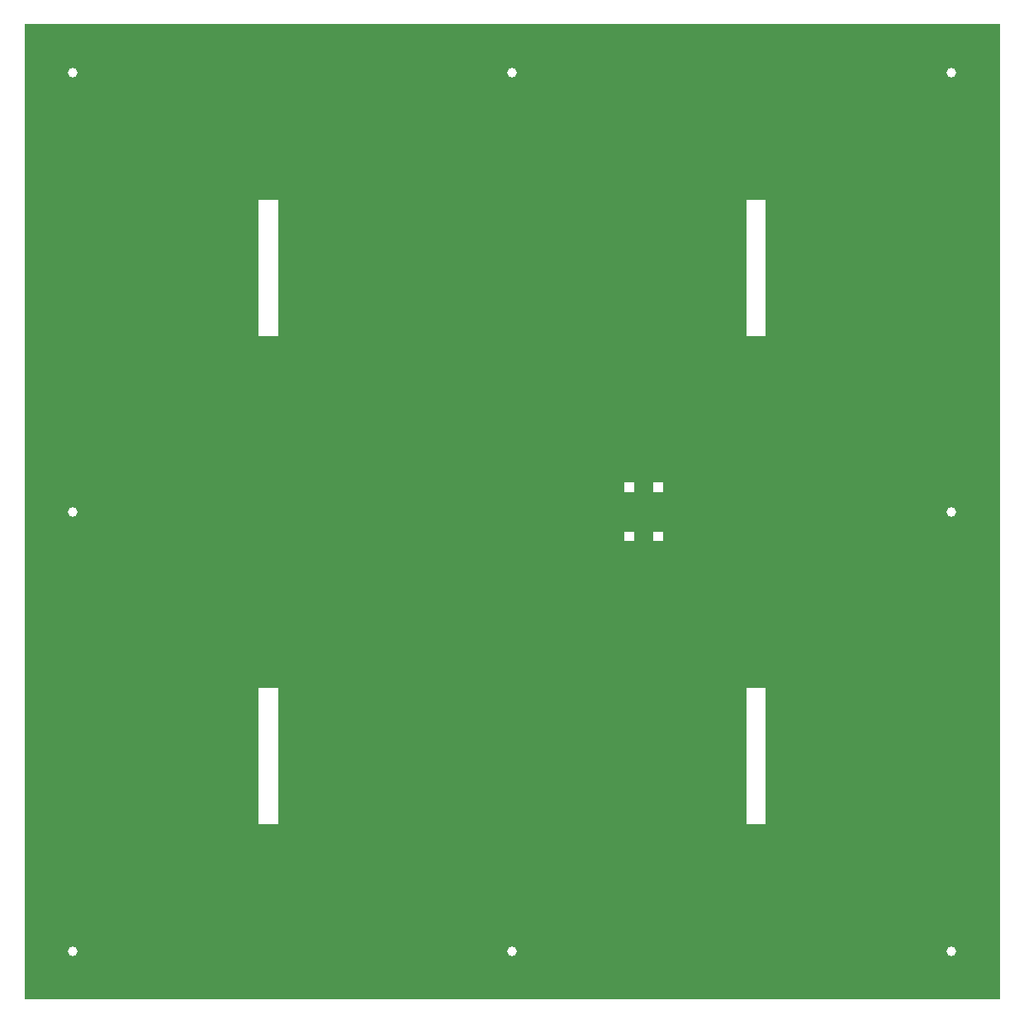
<source format=gbr>
G04 =======================================* 
G04 File Format: RS-274X * 
G04 Date:        April 27 2025 * 
G04 Time:        19:24:19 * 
G04 =======================================* 
G04 Format description *** 
G04 Code:          ASCII * 
G04 Unit:          Millimeter * 
G04 Coordinates:   Absolut * 
G04 Digits:        3.3-format * 
G04 Zeros skipped: Leading zeros omitted * 
G04 =======================================* 
%FSLAX33Y33*%
%MOMM*%
G90*
G71*
%ADD10C,1*%
%LPD*%
G36*
G01X-49994Y-50000D02*
G01X50005Y-50000D01*
G01X50005Y50000D01*
G01X-49994Y50000D01*
G37*
%LPC*%
G36*
G01X26005Y18000D02*
G01X24005Y18000D01*
G01X24005Y32000D01*
G01X26005Y32000D01*
G37*
G36*
G01X26005Y-32000D02*
G01X24005Y-32000D01*
G01X24005Y-18000D01*
G01X26005Y-18000D01*
G37*
G36*
G01X-23994Y18000D02*
G01X-25994Y18000D01*
G01X-25994Y32000D01*
G01X-23994Y32000D01*
G37*
G36*
G01X-23994Y-32000D02*
G01X-25994Y-32000D01*
G01X-25994Y-18000D01*
G01X-23994Y-18000D01*
G37*
G36*
G01X11505Y-2002D02*
G01X12505Y-2002D01*
G01X12505Y-3002D01*
G01X11505Y-3002D01*
G37*
G36*
G01X14505Y-2002D02*
G01X15505Y-2002D01*
G01X15505Y-3002D01*
G01X14505Y-3002D01*
G37*
G36*
G01X14505Y3002D02*
G01X15505Y3002D01*
G01X15505Y2002D01*
G01X14505Y2002D01*
G37*
G36*
G01X11505Y3002D02*
G01X12505Y3002D01*
G01X12505Y2002D01*
G01X11505Y2002D01*
G37*
G54D10*
X45055Y-45050D03*
G54D10*
X45055Y45050D03*
G54D10*
X-45044Y45050D03*
G54D10*
X-45044Y-45050D03*
G54D10*
X45055Y0D03*
G54D10*
X-45044Y0D03*
G54D10*
X5Y45050D03*
G54D10*
X5Y-45050D03*
M02* 
G04 End Of Gerber File* 

</source>
